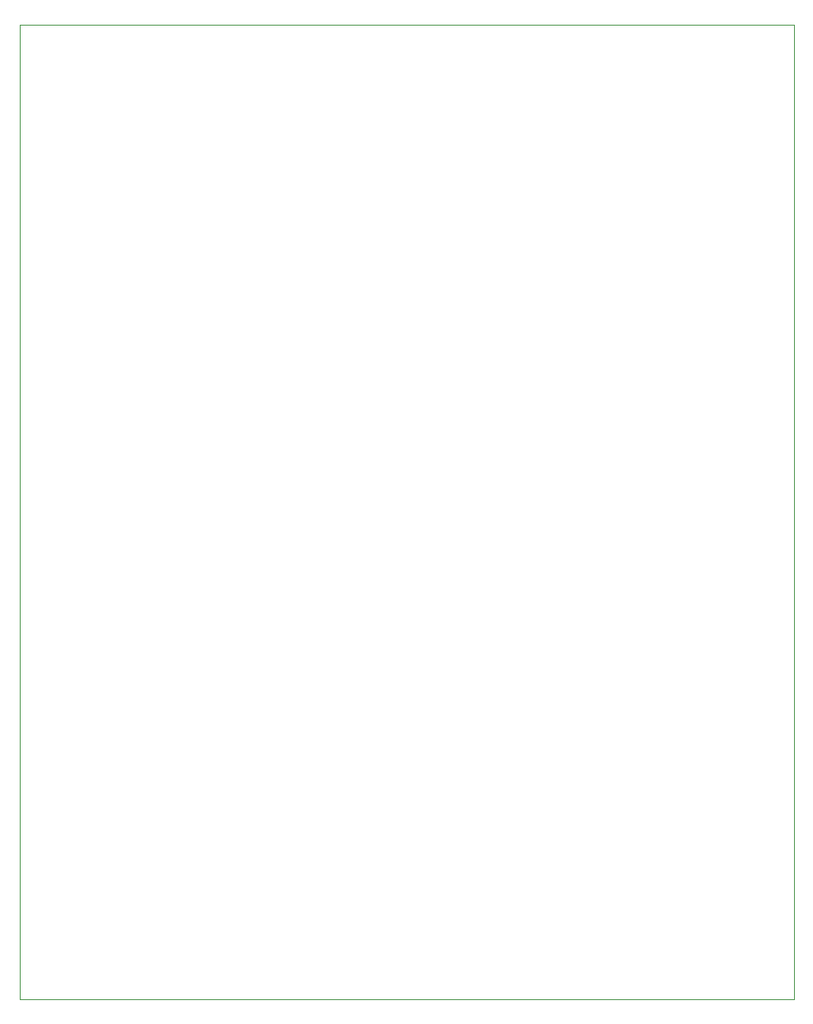
<source format=gbr>
%TF.GenerationSoftware,KiCad,Pcbnew,9.0.6*%
%TF.CreationDate,2025-12-06T16:34:02-05:00*%
%TF.ProjectId,hackpad,6861636b-7061-4642-9e6b-696361645f70,rev?*%
%TF.SameCoordinates,Original*%
%TF.FileFunction,Profile,NP*%
%FSLAX46Y46*%
G04 Gerber Fmt 4.6, Leading zero omitted, Abs format (unit mm)*
G04 Created by KiCad (PCBNEW 9.0.6) date 2025-12-06 16:34:02*
%MOMM*%
%LPD*%
G01*
G04 APERTURE LIST*
%TA.AperFunction,Profile*%
%ADD10C,0.050000*%
%TD*%
G04 APERTURE END LIST*
D10*
X71000000Y-42500000D02*
X150500000Y-42500000D01*
X150500000Y-142500000D01*
X71000000Y-142500000D01*
X71000000Y-42500000D01*
M02*

</source>
